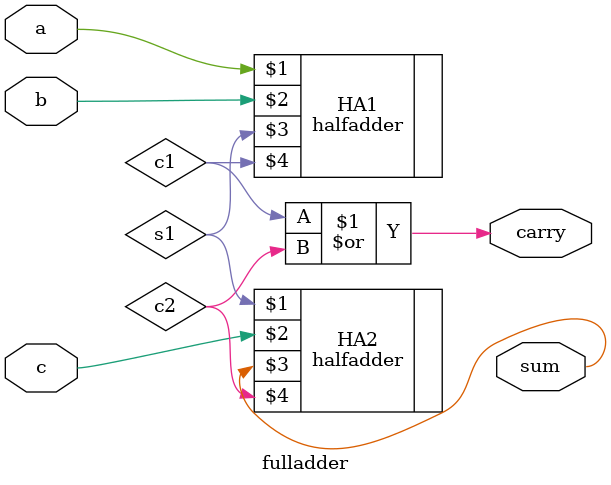
<source format=v>
`timescale 1ns / 1ps


module fulladder(
    input a,b,c,
    output sum,
    output carry
    );
    wire s1,c1,c2;
    halfadder HA1(a,b,s1,c1);
    halfadder HA2(s1,c,sum,c2);
    assign carry = c1|c2;
endmodule

</source>
